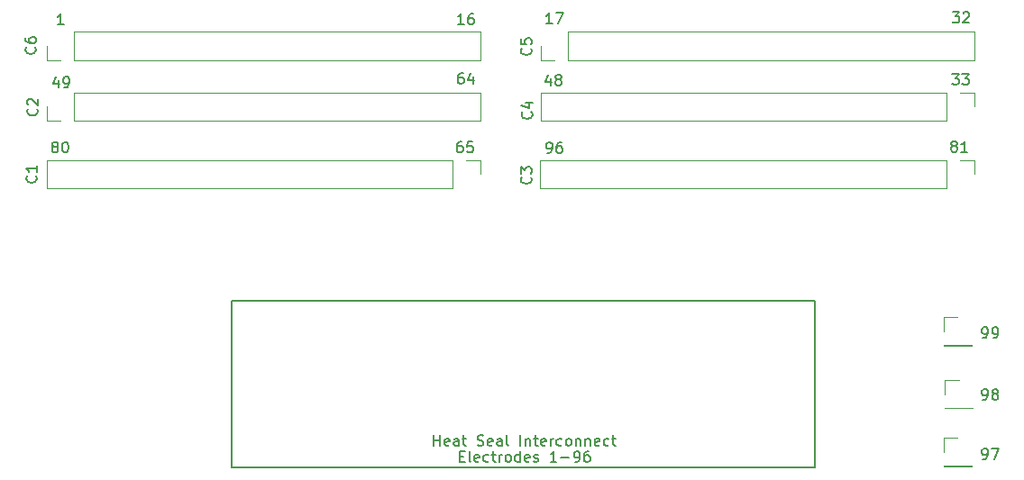
<source format=gto>
G04 #@! TF.FileFunction,Legend,Top*
%FSLAX46Y46*%
G04 Gerber Fmt 4.6, Leading zero omitted, Abs format (unit mm)*
G04 Created by KiCad (PCBNEW 4.0.6) date Saturday, April 28, 2018 'AMt' 01:11:43 AM*
%MOMM*%
%LPD*%
G01*
G04 APERTURE LIST*
%ADD10C,0.100000*%
%ADD11C,0.155000*%
%ADD12C,0.200000*%
%ADD13C,0.120000*%
G04 APERTURE END LIST*
D10*
D11*
X189533333Y-83052381D02*
X189723809Y-83052381D01*
X189819048Y-83004762D01*
X189866667Y-82957143D01*
X189961905Y-82814286D01*
X190009524Y-82623810D01*
X190009524Y-82242857D01*
X189961905Y-82147619D01*
X189914286Y-82100000D01*
X189819048Y-82052381D01*
X189628571Y-82052381D01*
X189533333Y-82100000D01*
X189485714Y-82147619D01*
X189438095Y-82242857D01*
X189438095Y-82480952D01*
X189485714Y-82576190D01*
X189533333Y-82623810D01*
X189628571Y-82671429D01*
X189819048Y-82671429D01*
X189914286Y-82623810D01*
X189961905Y-82576190D01*
X190009524Y-82480952D01*
X190485714Y-83052381D02*
X190676190Y-83052381D01*
X190771429Y-83004762D01*
X190819048Y-82957143D01*
X190914286Y-82814286D01*
X190961905Y-82623810D01*
X190961905Y-82242857D01*
X190914286Y-82147619D01*
X190866667Y-82100000D01*
X190771429Y-82052381D01*
X190580952Y-82052381D01*
X190485714Y-82100000D01*
X190438095Y-82147619D01*
X190390476Y-82242857D01*
X190390476Y-82480952D01*
X190438095Y-82576190D01*
X190485714Y-82623810D01*
X190580952Y-82671429D01*
X190771429Y-82671429D01*
X190866667Y-82623810D01*
X190914286Y-82576190D01*
X190961905Y-82480952D01*
X189533333Y-88852381D02*
X189723809Y-88852381D01*
X189819048Y-88804762D01*
X189866667Y-88757143D01*
X189961905Y-88614286D01*
X190009524Y-88423810D01*
X190009524Y-88042857D01*
X189961905Y-87947619D01*
X189914286Y-87900000D01*
X189819048Y-87852381D01*
X189628571Y-87852381D01*
X189533333Y-87900000D01*
X189485714Y-87947619D01*
X189438095Y-88042857D01*
X189438095Y-88280952D01*
X189485714Y-88376190D01*
X189533333Y-88423810D01*
X189628571Y-88471429D01*
X189819048Y-88471429D01*
X189914286Y-88423810D01*
X189961905Y-88376190D01*
X190009524Y-88280952D01*
X190580952Y-88280952D02*
X190485714Y-88233333D01*
X190438095Y-88185714D01*
X190390476Y-88090476D01*
X190390476Y-88042857D01*
X190438095Y-87947619D01*
X190485714Y-87900000D01*
X190580952Y-87852381D01*
X190771429Y-87852381D01*
X190866667Y-87900000D01*
X190914286Y-87947619D01*
X190961905Y-88042857D01*
X190961905Y-88090476D01*
X190914286Y-88185714D01*
X190866667Y-88233333D01*
X190771429Y-88280952D01*
X190580952Y-88280952D01*
X190485714Y-88328571D01*
X190438095Y-88376190D01*
X190390476Y-88471429D01*
X190390476Y-88661905D01*
X190438095Y-88757143D01*
X190485714Y-88804762D01*
X190580952Y-88852381D01*
X190771429Y-88852381D01*
X190866667Y-88804762D01*
X190914286Y-88757143D01*
X190961905Y-88661905D01*
X190961905Y-88471429D01*
X190914286Y-88376190D01*
X190866667Y-88328571D01*
X190771429Y-88280952D01*
X189533333Y-94452381D02*
X189723809Y-94452381D01*
X189819048Y-94404762D01*
X189866667Y-94357143D01*
X189961905Y-94214286D01*
X190009524Y-94023810D01*
X190009524Y-93642857D01*
X189961905Y-93547619D01*
X189914286Y-93500000D01*
X189819048Y-93452381D01*
X189628571Y-93452381D01*
X189533333Y-93500000D01*
X189485714Y-93547619D01*
X189438095Y-93642857D01*
X189438095Y-93880952D01*
X189485714Y-93976190D01*
X189533333Y-94023810D01*
X189628571Y-94071429D01*
X189819048Y-94071429D01*
X189914286Y-94023810D01*
X189961905Y-93976190D01*
X190009524Y-93880952D01*
X190342857Y-93452381D02*
X191009524Y-93452381D01*
X190580952Y-94452381D01*
D12*
X119030000Y-79650000D02*
X119000000Y-79580000D01*
X118970000Y-79550000D02*
X119030000Y-79650000D01*
X118990000Y-79530000D02*
X118970000Y-79550000D01*
X118990000Y-95230000D02*
X118990000Y-79530000D01*
X173740000Y-95230000D02*
X118990000Y-95230000D01*
X173740000Y-79530000D02*
X173740000Y-95230000D01*
X119050000Y-79580000D02*
X173740000Y-79530000D01*
D11*
X140394761Y-94168571D02*
X140728095Y-94168571D01*
X140870952Y-94692381D02*
X140394761Y-94692381D01*
X140394761Y-93692381D01*
X140870952Y-93692381D01*
X141442380Y-94692381D02*
X141347142Y-94644762D01*
X141299523Y-94549524D01*
X141299523Y-93692381D01*
X142204286Y-94644762D02*
X142109048Y-94692381D01*
X141918571Y-94692381D01*
X141823333Y-94644762D01*
X141775714Y-94549524D01*
X141775714Y-94168571D01*
X141823333Y-94073333D01*
X141918571Y-94025714D01*
X142109048Y-94025714D01*
X142204286Y-94073333D01*
X142251905Y-94168571D01*
X142251905Y-94263810D01*
X141775714Y-94359048D01*
X143109048Y-94644762D02*
X143013810Y-94692381D01*
X142823333Y-94692381D01*
X142728095Y-94644762D01*
X142680476Y-94597143D01*
X142632857Y-94501905D01*
X142632857Y-94216190D01*
X142680476Y-94120952D01*
X142728095Y-94073333D01*
X142823333Y-94025714D01*
X143013810Y-94025714D01*
X143109048Y-94073333D01*
X143394762Y-94025714D02*
X143775714Y-94025714D01*
X143537619Y-93692381D02*
X143537619Y-94549524D01*
X143585238Y-94644762D01*
X143680476Y-94692381D01*
X143775714Y-94692381D01*
X144109048Y-94692381D02*
X144109048Y-94025714D01*
X144109048Y-94216190D02*
X144156667Y-94120952D01*
X144204286Y-94073333D01*
X144299524Y-94025714D01*
X144394763Y-94025714D01*
X144870953Y-94692381D02*
X144775715Y-94644762D01*
X144728096Y-94597143D01*
X144680477Y-94501905D01*
X144680477Y-94216190D01*
X144728096Y-94120952D01*
X144775715Y-94073333D01*
X144870953Y-94025714D01*
X145013811Y-94025714D01*
X145109049Y-94073333D01*
X145156668Y-94120952D01*
X145204287Y-94216190D01*
X145204287Y-94501905D01*
X145156668Y-94597143D01*
X145109049Y-94644762D01*
X145013811Y-94692381D01*
X144870953Y-94692381D01*
X146061430Y-94692381D02*
X146061430Y-93692381D01*
X146061430Y-94644762D02*
X145966192Y-94692381D01*
X145775715Y-94692381D01*
X145680477Y-94644762D01*
X145632858Y-94597143D01*
X145585239Y-94501905D01*
X145585239Y-94216190D01*
X145632858Y-94120952D01*
X145680477Y-94073333D01*
X145775715Y-94025714D01*
X145966192Y-94025714D01*
X146061430Y-94073333D01*
X146918573Y-94644762D02*
X146823335Y-94692381D01*
X146632858Y-94692381D01*
X146537620Y-94644762D01*
X146490001Y-94549524D01*
X146490001Y-94168571D01*
X146537620Y-94073333D01*
X146632858Y-94025714D01*
X146823335Y-94025714D01*
X146918573Y-94073333D01*
X146966192Y-94168571D01*
X146966192Y-94263810D01*
X146490001Y-94359048D01*
X147347144Y-94644762D02*
X147442382Y-94692381D01*
X147632858Y-94692381D01*
X147728097Y-94644762D01*
X147775716Y-94549524D01*
X147775716Y-94501905D01*
X147728097Y-94406667D01*
X147632858Y-94359048D01*
X147490001Y-94359048D01*
X147394763Y-94311429D01*
X147347144Y-94216190D01*
X147347144Y-94168571D01*
X147394763Y-94073333D01*
X147490001Y-94025714D01*
X147632858Y-94025714D01*
X147728097Y-94073333D01*
X149490002Y-94692381D02*
X148918573Y-94692381D01*
X149204287Y-94692381D02*
X149204287Y-93692381D01*
X149109049Y-93835238D01*
X149013811Y-93930476D01*
X148918573Y-93978095D01*
X149918573Y-94311429D02*
X150680478Y-94311429D01*
X151204287Y-94692381D02*
X151394763Y-94692381D01*
X151490002Y-94644762D01*
X151537621Y-94597143D01*
X151632859Y-94454286D01*
X151680478Y-94263810D01*
X151680478Y-93882857D01*
X151632859Y-93787619D01*
X151585240Y-93740000D01*
X151490002Y-93692381D01*
X151299525Y-93692381D01*
X151204287Y-93740000D01*
X151156668Y-93787619D01*
X151109049Y-93882857D01*
X151109049Y-94120952D01*
X151156668Y-94216190D01*
X151204287Y-94263810D01*
X151299525Y-94311429D01*
X151490002Y-94311429D01*
X151585240Y-94263810D01*
X151632859Y-94216190D01*
X151680478Y-94120952D01*
X152537621Y-93692381D02*
X152347144Y-93692381D01*
X152251906Y-93740000D01*
X152204287Y-93787619D01*
X152109049Y-93930476D01*
X152061430Y-94120952D01*
X152061430Y-94501905D01*
X152109049Y-94597143D01*
X152156668Y-94644762D01*
X152251906Y-94692381D01*
X152442383Y-94692381D01*
X152537621Y-94644762D01*
X152585240Y-94597143D01*
X152632859Y-94501905D01*
X152632859Y-94263810D01*
X152585240Y-94168571D01*
X152537621Y-94120952D01*
X152442383Y-94073333D01*
X152251906Y-94073333D01*
X152156668Y-94120952D01*
X152109049Y-94168571D01*
X152061430Y-94263810D01*
X137963808Y-93182381D02*
X137963808Y-92182381D01*
X137963808Y-92658571D02*
X138535237Y-92658571D01*
X138535237Y-93182381D02*
X138535237Y-92182381D01*
X139392380Y-93134762D02*
X139297142Y-93182381D01*
X139106665Y-93182381D01*
X139011427Y-93134762D01*
X138963808Y-93039524D01*
X138963808Y-92658571D01*
X139011427Y-92563333D01*
X139106665Y-92515714D01*
X139297142Y-92515714D01*
X139392380Y-92563333D01*
X139439999Y-92658571D01*
X139439999Y-92753810D01*
X138963808Y-92849048D01*
X140297142Y-93182381D02*
X140297142Y-92658571D01*
X140249523Y-92563333D01*
X140154285Y-92515714D01*
X139963808Y-92515714D01*
X139868570Y-92563333D01*
X140297142Y-93134762D02*
X140201904Y-93182381D01*
X139963808Y-93182381D01*
X139868570Y-93134762D01*
X139820951Y-93039524D01*
X139820951Y-92944286D01*
X139868570Y-92849048D01*
X139963808Y-92801429D01*
X140201904Y-92801429D01*
X140297142Y-92753810D01*
X140630475Y-92515714D02*
X141011427Y-92515714D01*
X140773332Y-92182381D02*
X140773332Y-93039524D01*
X140820951Y-93134762D01*
X140916189Y-93182381D01*
X141011427Y-93182381D01*
X142059047Y-93134762D02*
X142201904Y-93182381D01*
X142440000Y-93182381D01*
X142535238Y-93134762D01*
X142582857Y-93087143D01*
X142630476Y-92991905D01*
X142630476Y-92896667D01*
X142582857Y-92801429D01*
X142535238Y-92753810D01*
X142440000Y-92706190D01*
X142249523Y-92658571D01*
X142154285Y-92610952D01*
X142106666Y-92563333D01*
X142059047Y-92468095D01*
X142059047Y-92372857D01*
X142106666Y-92277619D01*
X142154285Y-92230000D01*
X142249523Y-92182381D01*
X142487619Y-92182381D01*
X142630476Y-92230000D01*
X143440000Y-93134762D02*
X143344762Y-93182381D01*
X143154285Y-93182381D01*
X143059047Y-93134762D01*
X143011428Y-93039524D01*
X143011428Y-92658571D01*
X143059047Y-92563333D01*
X143154285Y-92515714D01*
X143344762Y-92515714D01*
X143440000Y-92563333D01*
X143487619Y-92658571D01*
X143487619Y-92753810D01*
X143011428Y-92849048D01*
X144344762Y-93182381D02*
X144344762Y-92658571D01*
X144297143Y-92563333D01*
X144201905Y-92515714D01*
X144011428Y-92515714D01*
X143916190Y-92563333D01*
X144344762Y-93134762D02*
X144249524Y-93182381D01*
X144011428Y-93182381D01*
X143916190Y-93134762D01*
X143868571Y-93039524D01*
X143868571Y-92944286D01*
X143916190Y-92849048D01*
X144011428Y-92801429D01*
X144249524Y-92801429D01*
X144344762Y-92753810D01*
X144963809Y-93182381D02*
X144868571Y-93134762D01*
X144820952Y-93039524D01*
X144820952Y-92182381D01*
X146106667Y-93182381D02*
X146106667Y-92182381D01*
X146582857Y-92515714D02*
X146582857Y-93182381D01*
X146582857Y-92610952D02*
X146630476Y-92563333D01*
X146725714Y-92515714D01*
X146868572Y-92515714D01*
X146963810Y-92563333D01*
X147011429Y-92658571D01*
X147011429Y-93182381D01*
X147344762Y-92515714D02*
X147725714Y-92515714D01*
X147487619Y-92182381D02*
X147487619Y-93039524D01*
X147535238Y-93134762D01*
X147630476Y-93182381D01*
X147725714Y-93182381D01*
X148440001Y-93134762D02*
X148344763Y-93182381D01*
X148154286Y-93182381D01*
X148059048Y-93134762D01*
X148011429Y-93039524D01*
X148011429Y-92658571D01*
X148059048Y-92563333D01*
X148154286Y-92515714D01*
X148344763Y-92515714D01*
X148440001Y-92563333D01*
X148487620Y-92658571D01*
X148487620Y-92753810D01*
X148011429Y-92849048D01*
X148916191Y-93182381D02*
X148916191Y-92515714D01*
X148916191Y-92706190D02*
X148963810Y-92610952D01*
X149011429Y-92563333D01*
X149106667Y-92515714D01*
X149201906Y-92515714D01*
X149963811Y-93134762D02*
X149868573Y-93182381D01*
X149678096Y-93182381D01*
X149582858Y-93134762D01*
X149535239Y-93087143D01*
X149487620Y-92991905D01*
X149487620Y-92706190D01*
X149535239Y-92610952D01*
X149582858Y-92563333D01*
X149678096Y-92515714D01*
X149868573Y-92515714D01*
X149963811Y-92563333D01*
X150535239Y-93182381D02*
X150440001Y-93134762D01*
X150392382Y-93087143D01*
X150344763Y-92991905D01*
X150344763Y-92706190D01*
X150392382Y-92610952D01*
X150440001Y-92563333D01*
X150535239Y-92515714D01*
X150678097Y-92515714D01*
X150773335Y-92563333D01*
X150820954Y-92610952D01*
X150868573Y-92706190D01*
X150868573Y-92991905D01*
X150820954Y-93087143D01*
X150773335Y-93134762D01*
X150678097Y-93182381D01*
X150535239Y-93182381D01*
X151297144Y-92515714D02*
X151297144Y-93182381D01*
X151297144Y-92610952D02*
X151344763Y-92563333D01*
X151440001Y-92515714D01*
X151582859Y-92515714D01*
X151678097Y-92563333D01*
X151725716Y-92658571D01*
X151725716Y-93182381D01*
X152201906Y-92515714D02*
X152201906Y-93182381D01*
X152201906Y-92610952D02*
X152249525Y-92563333D01*
X152344763Y-92515714D01*
X152487621Y-92515714D01*
X152582859Y-92563333D01*
X152630478Y-92658571D01*
X152630478Y-93182381D01*
X153487621Y-93134762D02*
X153392383Y-93182381D01*
X153201906Y-93182381D01*
X153106668Y-93134762D01*
X153059049Y-93039524D01*
X153059049Y-92658571D01*
X153106668Y-92563333D01*
X153201906Y-92515714D01*
X153392383Y-92515714D01*
X153487621Y-92563333D01*
X153535240Y-92658571D01*
X153535240Y-92753810D01*
X153059049Y-92849048D01*
X154392383Y-93134762D02*
X154297145Y-93182381D01*
X154106668Y-93182381D01*
X154011430Y-93134762D01*
X153963811Y-93087143D01*
X153916192Y-92991905D01*
X153916192Y-92706190D01*
X153963811Y-92610952D01*
X154011430Y-92563333D01*
X154106668Y-92515714D01*
X154297145Y-92515714D01*
X154392383Y-92563333D01*
X154678097Y-92515714D02*
X155059049Y-92515714D01*
X154820954Y-92182381D02*
X154820954Y-93039524D01*
X154868573Y-93134762D01*
X154963811Y-93182381D01*
X155059049Y-93182381D01*
X148603333Y-65652381D02*
X148793809Y-65652381D01*
X148889048Y-65604762D01*
X148936667Y-65557143D01*
X149031905Y-65414286D01*
X149079524Y-65223810D01*
X149079524Y-64842857D01*
X149031905Y-64747619D01*
X148984286Y-64700000D01*
X148889048Y-64652381D01*
X148698571Y-64652381D01*
X148603333Y-64700000D01*
X148555714Y-64747619D01*
X148508095Y-64842857D01*
X148508095Y-65080952D01*
X148555714Y-65176190D01*
X148603333Y-65223810D01*
X148698571Y-65271429D01*
X148889048Y-65271429D01*
X148984286Y-65223810D01*
X149031905Y-65176190D01*
X149079524Y-65080952D01*
X149936667Y-64652381D02*
X149746190Y-64652381D01*
X149650952Y-64700000D01*
X149603333Y-64747619D01*
X149508095Y-64890476D01*
X149460476Y-65080952D01*
X149460476Y-65461905D01*
X149508095Y-65557143D01*
X149555714Y-65604762D01*
X149650952Y-65652381D01*
X149841429Y-65652381D01*
X149936667Y-65604762D01*
X149984286Y-65557143D01*
X150031905Y-65461905D01*
X150031905Y-65223810D01*
X149984286Y-65128571D01*
X149936667Y-65080952D01*
X149841429Y-65033333D01*
X149650952Y-65033333D01*
X149555714Y-65080952D01*
X149508095Y-65128571D01*
X149460476Y-65223810D01*
X186748571Y-64990952D02*
X186653333Y-64943333D01*
X186605714Y-64895714D01*
X186558095Y-64800476D01*
X186558095Y-64752857D01*
X186605714Y-64657619D01*
X186653333Y-64610000D01*
X186748571Y-64562381D01*
X186939048Y-64562381D01*
X187034286Y-64610000D01*
X187081905Y-64657619D01*
X187129524Y-64752857D01*
X187129524Y-64800476D01*
X187081905Y-64895714D01*
X187034286Y-64943333D01*
X186939048Y-64990952D01*
X186748571Y-64990952D01*
X186653333Y-65038571D01*
X186605714Y-65086190D01*
X186558095Y-65181429D01*
X186558095Y-65371905D01*
X186605714Y-65467143D01*
X186653333Y-65514762D01*
X186748571Y-65562381D01*
X186939048Y-65562381D01*
X187034286Y-65514762D01*
X187081905Y-65467143D01*
X187129524Y-65371905D01*
X187129524Y-65181429D01*
X187081905Y-65086190D01*
X187034286Y-65038571D01*
X186939048Y-64990952D01*
X188081905Y-65562381D02*
X187510476Y-65562381D01*
X187796190Y-65562381D02*
X187796190Y-64562381D01*
X187700952Y-64705238D01*
X187605714Y-64800476D01*
X187510476Y-64848095D01*
X148914286Y-58655714D02*
X148914286Y-59322381D01*
X148676190Y-58274762D02*
X148438095Y-58989048D01*
X149057143Y-58989048D01*
X149580952Y-58750952D02*
X149485714Y-58703333D01*
X149438095Y-58655714D01*
X149390476Y-58560476D01*
X149390476Y-58512857D01*
X149438095Y-58417619D01*
X149485714Y-58370000D01*
X149580952Y-58322381D01*
X149771429Y-58322381D01*
X149866667Y-58370000D01*
X149914286Y-58417619D01*
X149961905Y-58512857D01*
X149961905Y-58560476D01*
X149914286Y-58655714D01*
X149866667Y-58703333D01*
X149771429Y-58750952D01*
X149580952Y-58750952D01*
X149485714Y-58798571D01*
X149438095Y-58846190D01*
X149390476Y-58941429D01*
X149390476Y-59131905D01*
X149438095Y-59227143D01*
X149485714Y-59274762D01*
X149580952Y-59322381D01*
X149771429Y-59322381D01*
X149866667Y-59274762D01*
X149914286Y-59227143D01*
X149961905Y-59131905D01*
X149961905Y-58941429D01*
X149914286Y-58846190D01*
X149866667Y-58798571D01*
X149771429Y-58750952D01*
X186640476Y-58232381D02*
X187259524Y-58232381D01*
X186926190Y-58613333D01*
X187069048Y-58613333D01*
X187164286Y-58660952D01*
X187211905Y-58708571D01*
X187259524Y-58803810D01*
X187259524Y-59041905D01*
X187211905Y-59137143D01*
X187164286Y-59184762D01*
X187069048Y-59232381D01*
X186783333Y-59232381D01*
X186688095Y-59184762D01*
X186640476Y-59137143D01*
X187592857Y-58232381D02*
X188211905Y-58232381D01*
X187878571Y-58613333D01*
X188021429Y-58613333D01*
X188116667Y-58660952D01*
X188164286Y-58708571D01*
X188211905Y-58803810D01*
X188211905Y-59041905D01*
X188164286Y-59137143D01*
X188116667Y-59184762D01*
X188021429Y-59232381D01*
X187735714Y-59232381D01*
X187640476Y-59184762D01*
X187592857Y-59137143D01*
X186700476Y-52412381D02*
X187319524Y-52412381D01*
X186986190Y-52793333D01*
X187129048Y-52793333D01*
X187224286Y-52840952D01*
X187271905Y-52888571D01*
X187319524Y-52983810D01*
X187319524Y-53221905D01*
X187271905Y-53317143D01*
X187224286Y-53364762D01*
X187129048Y-53412381D01*
X186843333Y-53412381D01*
X186748095Y-53364762D01*
X186700476Y-53317143D01*
X187700476Y-52507619D02*
X187748095Y-52460000D01*
X187843333Y-52412381D01*
X188081429Y-52412381D01*
X188176667Y-52460000D01*
X188224286Y-52507619D01*
X188271905Y-52602857D01*
X188271905Y-52698095D01*
X188224286Y-52840952D01*
X187652857Y-53412381D01*
X188271905Y-53412381D01*
X149089524Y-53482381D02*
X148518095Y-53482381D01*
X148803809Y-53482381D02*
X148803809Y-52482381D01*
X148708571Y-52625238D01*
X148613333Y-52720476D01*
X148518095Y-52768095D01*
X149422857Y-52482381D02*
X150089524Y-52482381D01*
X149660952Y-53482381D01*
X140604286Y-64602381D02*
X140413809Y-64602381D01*
X140318571Y-64650000D01*
X140270952Y-64697619D01*
X140175714Y-64840476D01*
X140128095Y-65030952D01*
X140128095Y-65411905D01*
X140175714Y-65507143D01*
X140223333Y-65554762D01*
X140318571Y-65602381D01*
X140509048Y-65602381D01*
X140604286Y-65554762D01*
X140651905Y-65507143D01*
X140699524Y-65411905D01*
X140699524Y-65173810D01*
X140651905Y-65078571D01*
X140604286Y-65030952D01*
X140509048Y-64983333D01*
X140318571Y-64983333D01*
X140223333Y-65030952D01*
X140175714Y-65078571D01*
X140128095Y-65173810D01*
X141604286Y-64602381D02*
X141128095Y-64602381D01*
X141080476Y-65078571D01*
X141128095Y-65030952D01*
X141223333Y-64983333D01*
X141461429Y-64983333D01*
X141556667Y-65030952D01*
X141604286Y-65078571D01*
X141651905Y-65173810D01*
X141651905Y-65411905D01*
X141604286Y-65507143D01*
X141556667Y-65554762D01*
X141461429Y-65602381D01*
X141223333Y-65602381D01*
X141128095Y-65554762D01*
X141080476Y-65507143D01*
X102288571Y-65050952D02*
X102193333Y-65003333D01*
X102145714Y-64955714D01*
X102098095Y-64860476D01*
X102098095Y-64812857D01*
X102145714Y-64717619D01*
X102193333Y-64670000D01*
X102288571Y-64622381D01*
X102479048Y-64622381D01*
X102574286Y-64670000D01*
X102621905Y-64717619D01*
X102669524Y-64812857D01*
X102669524Y-64860476D01*
X102621905Y-64955714D01*
X102574286Y-65003333D01*
X102479048Y-65050952D01*
X102288571Y-65050952D01*
X102193333Y-65098571D01*
X102145714Y-65146190D01*
X102098095Y-65241429D01*
X102098095Y-65431905D01*
X102145714Y-65527143D01*
X102193333Y-65574762D01*
X102288571Y-65622381D01*
X102479048Y-65622381D01*
X102574286Y-65574762D01*
X102621905Y-65527143D01*
X102669524Y-65431905D01*
X102669524Y-65241429D01*
X102621905Y-65146190D01*
X102574286Y-65098571D01*
X102479048Y-65050952D01*
X103288571Y-64622381D02*
X103383810Y-64622381D01*
X103479048Y-64670000D01*
X103526667Y-64717619D01*
X103574286Y-64812857D01*
X103621905Y-65003333D01*
X103621905Y-65241429D01*
X103574286Y-65431905D01*
X103526667Y-65527143D01*
X103479048Y-65574762D01*
X103383810Y-65622381D01*
X103288571Y-65622381D01*
X103193333Y-65574762D01*
X103145714Y-65527143D01*
X103098095Y-65431905D01*
X103050476Y-65241429D01*
X103050476Y-65003333D01*
X103098095Y-64812857D01*
X103145714Y-64717619D01*
X103193333Y-64670000D01*
X103288571Y-64622381D01*
X140694286Y-58142381D02*
X140503809Y-58142381D01*
X140408571Y-58190000D01*
X140360952Y-58237619D01*
X140265714Y-58380476D01*
X140218095Y-58570952D01*
X140218095Y-58951905D01*
X140265714Y-59047143D01*
X140313333Y-59094762D01*
X140408571Y-59142381D01*
X140599048Y-59142381D01*
X140694286Y-59094762D01*
X140741905Y-59047143D01*
X140789524Y-58951905D01*
X140789524Y-58713810D01*
X140741905Y-58618571D01*
X140694286Y-58570952D01*
X140599048Y-58523333D01*
X140408571Y-58523333D01*
X140313333Y-58570952D01*
X140265714Y-58618571D01*
X140218095Y-58713810D01*
X141646667Y-58475714D02*
X141646667Y-59142381D01*
X141408571Y-58094762D02*
X141170476Y-58809048D01*
X141789524Y-58809048D01*
X102684286Y-58845714D02*
X102684286Y-59512381D01*
X102446190Y-58464762D02*
X102208095Y-59179048D01*
X102827143Y-59179048D01*
X103255714Y-59512381D02*
X103446190Y-59512381D01*
X103541429Y-59464762D01*
X103589048Y-59417143D01*
X103684286Y-59274286D01*
X103731905Y-59083810D01*
X103731905Y-58702857D01*
X103684286Y-58607619D01*
X103636667Y-58560000D01*
X103541429Y-58512381D01*
X103350952Y-58512381D01*
X103255714Y-58560000D01*
X103208095Y-58607619D01*
X103160476Y-58702857D01*
X103160476Y-58940952D01*
X103208095Y-59036190D01*
X103255714Y-59083810D01*
X103350952Y-59131429D01*
X103541429Y-59131429D01*
X103636667Y-59083810D01*
X103684286Y-59036190D01*
X103731905Y-58940952D01*
X140789524Y-53552381D02*
X140218095Y-53552381D01*
X140503809Y-53552381D02*
X140503809Y-52552381D01*
X140408571Y-52695238D01*
X140313333Y-52790476D01*
X140218095Y-52838095D01*
X141646667Y-52552381D02*
X141456190Y-52552381D01*
X141360952Y-52600000D01*
X141313333Y-52647619D01*
X141218095Y-52790476D01*
X141170476Y-52980952D01*
X141170476Y-53361905D01*
X141218095Y-53457143D01*
X141265714Y-53504762D01*
X141360952Y-53552381D01*
X141551429Y-53552381D01*
X141646667Y-53504762D01*
X141694286Y-53457143D01*
X141741905Y-53361905D01*
X141741905Y-53123810D01*
X141694286Y-53028571D01*
X141646667Y-52980952D01*
X141551429Y-52933333D01*
X141360952Y-52933333D01*
X141265714Y-52980952D01*
X141218095Y-53028571D01*
X141170476Y-53123810D01*
X103185715Y-53572381D02*
X102614286Y-53572381D01*
X102900000Y-53572381D02*
X102900000Y-52572381D01*
X102804762Y-52715238D01*
X102709524Y-52810476D01*
X102614286Y-52858095D01*
X147047143Y-67926666D02*
X147094762Y-67974285D01*
X147142381Y-68117142D01*
X147142381Y-68212380D01*
X147094762Y-68355238D01*
X146999524Y-68450476D01*
X146904286Y-68498095D01*
X146713810Y-68545714D01*
X146570952Y-68545714D01*
X146380476Y-68498095D01*
X146285238Y-68450476D01*
X146190000Y-68355238D01*
X146142381Y-68212380D01*
X146142381Y-68117142D01*
X146190000Y-67974285D01*
X146237619Y-67926666D01*
X146142381Y-67593333D02*
X146142381Y-66974285D01*
X146523333Y-67307619D01*
X146523333Y-67164761D01*
X146570952Y-67069523D01*
X146618571Y-67021904D01*
X146713810Y-66974285D01*
X146951905Y-66974285D01*
X147047143Y-67021904D01*
X147094762Y-67069523D01*
X147142381Y-67164761D01*
X147142381Y-67450476D01*
X147094762Y-67545714D01*
X147047143Y-67593333D01*
X147117143Y-61806666D02*
X147164762Y-61854285D01*
X147212381Y-61997142D01*
X147212381Y-62092380D01*
X147164762Y-62235238D01*
X147069524Y-62330476D01*
X146974286Y-62378095D01*
X146783810Y-62425714D01*
X146640952Y-62425714D01*
X146450476Y-62378095D01*
X146355238Y-62330476D01*
X146260000Y-62235238D01*
X146212381Y-62092380D01*
X146212381Y-61997142D01*
X146260000Y-61854285D01*
X146307619Y-61806666D01*
X146545714Y-60949523D02*
X147212381Y-60949523D01*
X146164762Y-61187619D02*
X146879048Y-61425714D01*
X146879048Y-60806666D01*
X147047143Y-55826666D02*
X147094762Y-55874285D01*
X147142381Y-56017142D01*
X147142381Y-56112380D01*
X147094762Y-56255238D01*
X146999524Y-56350476D01*
X146904286Y-56398095D01*
X146713810Y-56445714D01*
X146570952Y-56445714D01*
X146380476Y-56398095D01*
X146285238Y-56350476D01*
X146190000Y-56255238D01*
X146142381Y-56112380D01*
X146142381Y-56017142D01*
X146190000Y-55874285D01*
X146237619Y-55826666D01*
X146142381Y-54921904D02*
X146142381Y-55398095D01*
X146618571Y-55445714D01*
X146570952Y-55398095D01*
X146523333Y-55302857D01*
X146523333Y-55064761D01*
X146570952Y-54969523D01*
X146618571Y-54921904D01*
X146713810Y-54874285D01*
X146951905Y-54874285D01*
X147047143Y-54921904D01*
X147094762Y-54969523D01*
X147142381Y-55064761D01*
X147142381Y-55302857D01*
X147094762Y-55398095D01*
X147047143Y-55445714D01*
X100569643Y-67816666D02*
X100617262Y-67864285D01*
X100664881Y-68007142D01*
X100664881Y-68102380D01*
X100617262Y-68245238D01*
X100522024Y-68340476D01*
X100426786Y-68388095D01*
X100236310Y-68435714D01*
X100093452Y-68435714D01*
X99902976Y-68388095D01*
X99807738Y-68340476D01*
X99712500Y-68245238D01*
X99664881Y-68102380D01*
X99664881Y-68007142D01*
X99712500Y-67864285D01*
X99760119Y-67816666D01*
X100664881Y-66864285D02*
X100664881Y-67435714D01*
X100664881Y-67150000D02*
X99664881Y-67150000D01*
X99807738Y-67245238D01*
X99902976Y-67340476D01*
X99950595Y-67435714D01*
X100677143Y-61506666D02*
X100724762Y-61554285D01*
X100772381Y-61697142D01*
X100772381Y-61792380D01*
X100724762Y-61935238D01*
X100629524Y-62030476D01*
X100534286Y-62078095D01*
X100343810Y-62125714D01*
X100200952Y-62125714D01*
X100010476Y-62078095D01*
X99915238Y-62030476D01*
X99820000Y-61935238D01*
X99772381Y-61792380D01*
X99772381Y-61697142D01*
X99820000Y-61554285D01*
X99867619Y-61506666D01*
X99867619Y-61125714D02*
X99820000Y-61078095D01*
X99772381Y-60982857D01*
X99772381Y-60744761D01*
X99820000Y-60649523D01*
X99867619Y-60601904D01*
X99962857Y-60554285D01*
X100058095Y-60554285D01*
X100200952Y-60601904D01*
X100772381Y-61173333D01*
X100772381Y-60554285D01*
X100487143Y-55716666D02*
X100534762Y-55764285D01*
X100582381Y-55907142D01*
X100582381Y-56002380D01*
X100534762Y-56145238D01*
X100439524Y-56240476D01*
X100344286Y-56288095D01*
X100153810Y-56335714D01*
X100010952Y-56335714D01*
X99820476Y-56288095D01*
X99725238Y-56240476D01*
X99630000Y-56145238D01*
X99582381Y-56002380D01*
X99582381Y-55907142D01*
X99630000Y-55764285D01*
X99677619Y-55716666D01*
X99582381Y-54859523D02*
X99582381Y-55050000D01*
X99630000Y-55145238D01*
X99677619Y-55192857D01*
X99820476Y-55288095D01*
X100010952Y-55335714D01*
X100391905Y-55335714D01*
X100487143Y-55288095D01*
X100534762Y-55240476D01*
X100582381Y-55145238D01*
X100582381Y-54954761D01*
X100534762Y-54859523D01*
X100487143Y-54811904D01*
X100391905Y-54764285D01*
X100153810Y-54764285D01*
X100058571Y-54811904D01*
X100010952Y-54859523D01*
X99963333Y-54954761D01*
X99963333Y-55145238D01*
X100010952Y-55240476D01*
X100058571Y-55288095D01*
X100153810Y-55335714D01*
D13*
X142350000Y-56930000D02*
X142350000Y-54270000D01*
X104190000Y-56930000D02*
X142350000Y-56930000D01*
X104190000Y-54270000D02*
X142350000Y-54270000D01*
X104190000Y-56930000D02*
X104190000Y-54270000D01*
X102920000Y-56930000D02*
X101590000Y-56930000D01*
X101590000Y-56930000D02*
X101590000Y-55600000D01*
X188740000Y-56930000D02*
X188740000Y-54270000D01*
X150580000Y-56930000D02*
X188740000Y-56930000D01*
X150580000Y-54270000D02*
X188740000Y-54270000D01*
X150580000Y-56930000D02*
X150580000Y-54270000D01*
X149310000Y-56930000D02*
X147980000Y-56930000D01*
X147980000Y-56930000D02*
X147980000Y-55600000D01*
X147980000Y-59980000D02*
X147980000Y-62640000D01*
X186140000Y-59980000D02*
X147980000Y-59980000D01*
X186140000Y-62640000D02*
X147980000Y-62640000D01*
X186140000Y-59980000D02*
X186140000Y-62640000D01*
X187410000Y-59980000D02*
X188740000Y-59980000D01*
X188740000Y-59980000D02*
X188740000Y-61310000D01*
X142350000Y-62640280D02*
X142350000Y-59980280D01*
X104190000Y-62640280D02*
X142350000Y-62640280D01*
X104190000Y-59980280D02*
X142350000Y-59980280D01*
X104190000Y-62640280D02*
X104190000Y-59980280D01*
X102920000Y-62640280D02*
X101590000Y-62640280D01*
X101590000Y-62640280D02*
X101590000Y-61310280D01*
X101580000Y-66327460D02*
X101580000Y-68987460D01*
X139740000Y-66327460D02*
X101580000Y-66327460D01*
X139740000Y-68987460D02*
X101580000Y-68987460D01*
X139740000Y-66327460D02*
X139740000Y-68987460D01*
X141010000Y-66327460D02*
X142340000Y-66327460D01*
X142340000Y-66327460D02*
X142340000Y-67657460D01*
X147960000Y-66330000D02*
X147960000Y-68990000D01*
X186120000Y-66330000D02*
X147960000Y-66330000D01*
X186120000Y-68990000D02*
X147960000Y-68990000D01*
X186120000Y-66330000D02*
X186120000Y-68990000D01*
X187390000Y-66330000D02*
X188720000Y-66330000D01*
X188720000Y-66330000D02*
X188720000Y-67660000D01*
X185840000Y-95120000D02*
X188500000Y-95120000D01*
X185840000Y-95060000D02*
X185840000Y-95120000D01*
X188500000Y-95060000D02*
X188500000Y-95120000D01*
X185840000Y-95060000D02*
X188500000Y-95060000D01*
X185840000Y-93790000D02*
X185840000Y-92460000D01*
X185840000Y-92460000D02*
X187170000Y-92460000D01*
X185840000Y-83780000D02*
X188500000Y-83780000D01*
X185840000Y-83720000D02*
X185840000Y-83780000D01*
X188500000Y-83720000D02*
X188500000Y-83780000D01*
X185840000Y-83720000D02*
X188500000Y-83720000D01*
X185840000Y-82450000D02*
X185840000Y-81120000D01*
X185840000Y-81120000D02*
X187170000Y-81120000D01*
X185940000Y-89670000D02*
X188600000Y-89670000D01*
X185940000Y-89610000D02*
X185940000Y-89670000D01*
X188600000Y-89610000D02*
X188600000Y-89670000D01*
X185940000Y-89610000D02*
X188600000Y-89610000D01*
X185940000Y-88340000D02*
X185940000Y-87010000D01*
X185940000Y-87010000D02*
X187270000Y-87010000D01*
M02*

</source>
